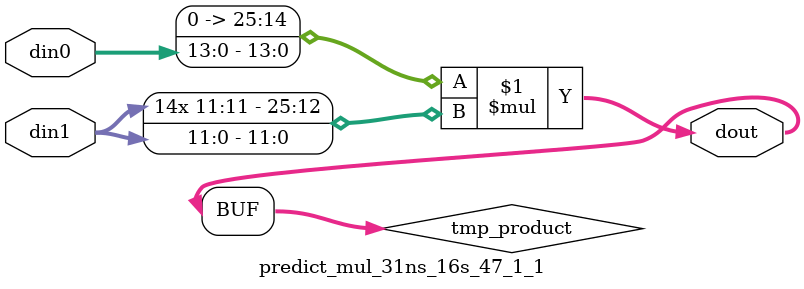
<source format=v>

`timescale 1 ns / 1 ps

  module predict_mul_31ns_16s_47_1_1(din0, din1, dout);
parameter ID = 1;
parameter NUM_STAGE = 0;
parameter din0_WIDTH = 14;
parameter din1_WIDTH = 12;
parameter dout_WIDTH = 26;

input [din0_WIDTH - 1 : 0] din0; 
input [din1_WIDTH - 1 : 0] din1; 
output [dout_WIDTH - 1 : 0] dout;

wire signed [dout_WIDTH - 1 : 0] tmp_product;











assign tmp_product = $signed({1'b0, din0}) * $signed(din1);










assign dout = tmp_product;







endmodule

</source>
